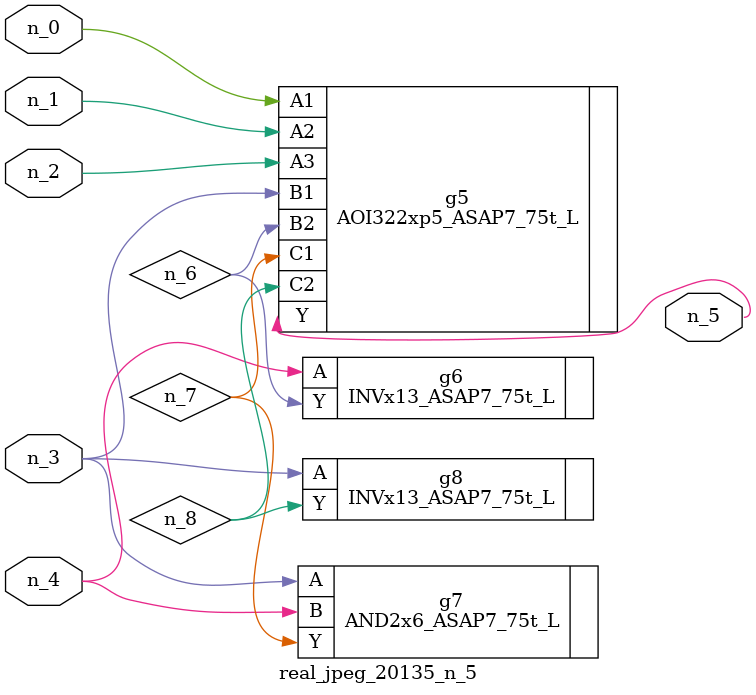
<source format=v>
module real_jpeg_20135_n_5 (n_4, n_0, n_1, n_2, n_3, n_5);

input n_4;
input n_0;
input n_1;
input n_2;
input n_3;

output n_5;

wire n_8;
wire n_6;
wire n_7;

AOI322xp5_ASAP7_75t_L g5 ( 
.A1(n_0),
.A2(n_1),
.A3(n_2),
.B1(n_3),
.B2(n_6),
.C1(n_7),
.C2(n_8),
.Y(n_5)
);

AND2x6_ASAP7_75t_L g7 ( 
.A(n_3),
.B(n_4),
.Y(n_7)
);

INVx13_ASAP7_75t_L g8 ( 
.A(n_3),
.Y(n_8)
);

INVx13_ASAP7_75t_L g6 ( 
.A(n_4),
.Y(n_6)
);


endmodule
</source>
